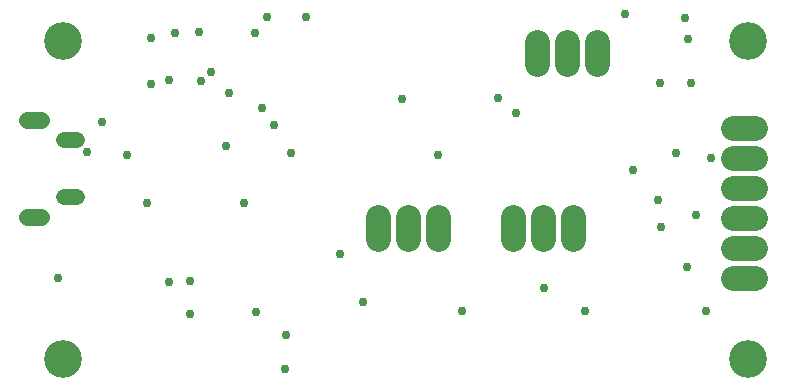
<source format=gbr>
G04 EAGLE Gerber RS-274X export*
G75*
%MOMM*%
%FSLAX34Y34*%
%LPD*%
%INSoldermask Bottom*%
%IPPOS*%
%AMOC8*
5,1,8,0,0,1.08239X$1,22.5*%
G01*
%ADD10C,3.203200*%
%ADD11C,1.361200*%
%ADD12C,1.411200*%
%ADD13C,2.082800*%
%ADD14C,0.762000*%


D10*
X621030Y309880D03*
X621030Y40640D03*
X40640Y309880D03*
X40640Y40640D03*
D11*
X41520Y226180D02*
X53100Y226180D01*
X53100Y177680D02*
X41520Y177680D01*
D12*
X22550Y160930D02*
X10470Y160930D01*
X10470Y242930D02*
X22550Y242930D01*
D13*
X307340Y160528D02*
X307340Y141732D01*
X332740Y141732D02*
X332740Y160528D01*
X358140Y160528D02*
X358140Y141732D01*
X421640Y141732D02*
X421640Y160528D01*
X447040Y160528D02*
X447040Y141732D01*
X472440Y141732D02*
X472440Y160528D01*
X492760Y290322D02*
X492760Y309118D01*
X467360Y309118D02*
X467360Y290322D01*
X441960Y290322D02*
X441960Y309118D01*
X607822Y236220D02*
X626618Y236220D01*
X626618Y210820D02*
X607822Y210820D01*
X607822Y185420D02*
X626618Y185420D01*
X626618Y160020D02*
X607822Y160020D01*
X607822Y134620D02*
X626618Y134620D01*
X626618Y109220D02*
X607822Y109220D01*
D14*
X570230Y311150D03*
X60960Y215900D03*
X36830Y109220D03*
X130810Y105410D03*
X523240Y200660D03*
X194310Y172720D03*
X157949Y275590D03*
X424180Y248920D03*
X327660Y260350D03*
X246380Y330200D03*
X408940Y261620D03*
X233680Y214630D03*
X130810Y276860D03*
X294640Y88900D03*
X378460Y81280D03*
X166370Y283210D03*
X482600Y81280D03*
X585470Y81280D03*
X148590Y78740D03*
X204470Y80010D03*
X148590Y106680D03*
X111760Y172720D03*
X135890Y316230D03*
X181610Y265430D03*
X156210Y317500D03*
X179070Y220980D03*
X229870Y60960D03*
X95250Y213360D03*
X115570Y312420D03*
X115570Y273050D03*
X73660Y241300D03*
X228600Y31750D03*
X209550Y252730D03*
X547370Y152400D03*
X203200Y316230D03*
X516890Y332740D03*
X546100Y274320D03*
X576580Y162560D03*
X219710Y238760D03*
X544830Y175260D03*
X213360Y330200D03*
X567690Y328930D03*
X572770Y274320D03*
X589280Y210820D03*
X358140Y213360D03*
X560070Y214630D03*
X275160Y129540D03*
X568960Y118110D03*
X448310Y100330D03*
M02*

</source>
